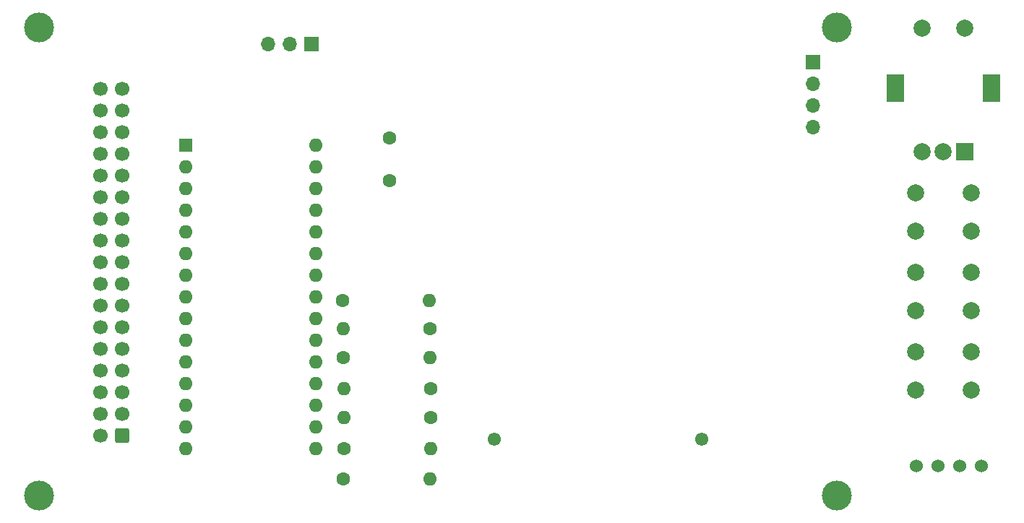
<source format=gbr>
%TF.GenerationSoftware,KiCad,Pcbnew,7.0.1*%
%TF.CreationDate,2024-04-08T12:28:37+03:00*%
%TF.ProjectId,delta_flop_arduino,64656c74-615f-4666-9c6f-705f61726475,rev?*%
%TF.SameCoordinates,Original*%
%TF.FileFunction,Soldermask,Bot*%
%TF.FilePolarity,Negative*%
%FSLAX46Y46*%
G04 Gerber Fmt 4.6, Leading zero omitted, Abs format (unit mm)*
G04 Created by KiCad (PCBNEW 7.0.1) date 2024-04-08 12:28:37*
%MOMM*%
%LPD*%
G01*
G04 APERTURE LIST*
G04 Aperture macros list*
%AMRoundRect*
0 Rectangle with rounded corners*
0 $1 Rounding radius*
0 $2 $3 $4 $5 $6 $7 $8 $9 X,Y pos of 4 corners*
0 Add a 4 corners polygon primitive as box body*
4,1,4,$2,$3,$4,$5,$6,$7,$8,$9,$2,$3,0*
0 Add four circle primitives for the rounded corners*
1,1,$1+$1,$2,$3*
1,1,$1+$1,$4,$5*
1,1,$1+$1,$6,$7*
1,1,$1+$1,$8,$9*
0 Add four rect primitives between the rounded corners*
20,1,$1+$1,$2,$3,$4,$5,0*
20,1,$1+$1,$4,$5,$6,$7,0*
20,1,$1+$1,$6,$7,$8,$9,0*
20,1,$1+$1,$8,$9,$2,$3,0*%
G04 Aperture macros list end*
%ADD10C,1.524000*%
%ADD11C,1.600000*%
%ADD12O,1.600000X1.600000*%
%ADD13C,3.500000*%
%ADD14R,1.700000X1.700000*%
%ADD15O,1.700000X1.700000*%
%ADD16C,1.550000*%
%ADD17R,1.600000X1.600000*%
%ADD18RoundRect,0.250000X0.600000X0.600000X-0.600000X0.600000X-0.600000X-0.600000X0.600000X-0.600000X0*%
%ADD19C,1.700000*%
%ADD20R,2.000000X2.000000*%
%ADD21C,2.000000*%
%ADD22R,2.000000X3.200000*%
G04 APERTURE END LIST*
D10*
%TO.C,J3*%
X208520000Y-155500000D03*
X211060000Y-155500000D03*
X213600000Y-155500000D03*
X216140000Y-155500000D03*
%TD*%
D11*
%TO.C,R6*%
X151660000Y-146400000D03*
D12*
X141500000Y-146400000D03*
%TD*%
D13*
%TO.C,H1*%
X105776400Y-104049200D03*
%TD*%
%TO.C,H4*%
X199176000Y-158942400D03*
%TD*%
D14*
%TO.C,J1*%
X196392800Y-108112400D03*
D15*
X196392800Y-110652400D03*
X196392800Y-113192400D03*
X196392800Y-115732400D03*
%TD*%
D11*
%TO.C,R1*%
X141420000Y-157000000D03*
D12*
X151580000Y-157000000D03*
%TD*%
D11*
%TO.C,R3*%
X141500000Y-153400000D03*
D12*
X151660000Y-153400000D03*
%TD*%
D11*
%TO.C,R7*%
X141340000Y-136100000D03*
D12*
X151500000Y-136100000D03*
%TD*%
D13*
%TO.C,H2*%
X199176000Y-104049200D03*
%TD*%
D11*
%TO.C,R4*%
X151660000Y-149800000D03*
D12*
X141500000Y-149800000D03*
%TD*%
D13*
%TO.C,H3*%
X105776400Y-158942400D03*
%TD*%
D16*
%TO.C,J2*%
X183340000Y-152300000D03*
X159080000Y-152300000D03*
%TD*%
D17*
%TO.C,U1*%
X122960000Y-117840000D03*
D12*
X122960000Y-120380000D03*
X122960000Y-122920000D03*
X122960000Y-125460000D03*
X122960000Y-128000000D03*
X122960000Y-130540000D03*
X122960000Y-133080000D03*
X122960000Y-135620000D03*
X122960000Y-138160000D03*
X122960000Y-140700000D03*
X122960000Y-143240000D03*
X122960000Y-145780000D03*
X122960000Y-148320000D03*
X122960000Y-150860000D03*
X122960000Y-153400000D03*
X138200000Y-153400000D03*
X138200000Y-150860000D03*
X138200000Y-148320000D03*
X138200000Y-145780000D03*
X138200000Y-143240000D03*
X138200000Y-140700000D03*
X138200000Y-138160000D03*
X138200000Y-135620000D03*
X138200000Y-133080000D03*
X138200000Y-130540000D03*
X138200000Y-128000000D03*
X138200000Y-125460000D03*
X138200000Y-122920000D03*
X138200000Y-120380000D03*
X138200000Y-117840000D03*
%TD*%
D11*
%TO.C,R5*%
X151560000Y-139400000D03*
D12*
X141400000Y-139400000D03*
%TD*%
D11*
%TO.C,C1*%
X146800000Y-122000000D03*
X146800000Y-117000000D03*
%TD*%
D14*
%TO.C,JP1*%
X137700000Y-106000000D03*
D15*
X135160000Y-106000000D03*
X132620000Y-106000000D03*
%TD*%
D18*
%TO.C,D1*%
X115468400Y-151892000D03*
D19*
X112928400Y-151892000D03*
X115468400Y-149352000D03*
X112928400Y-149352000D03*
X115468400Y-146812000D03*
X112928400Y-146812000D03*
X115468400Y-144272000D03*
X112928400Y-144272000D03*
X115468400Y-141732000D03*
X112928400Y-141732000D03*
X115468400Y-139192000D03*
X112928400Y-139192000D03*
X115468400Y-136652000D03*
X112928400Y-136652000D03*
X115468400Y-134112000D03*
X112928400Y-134112000D03*
X115468400Y-131572000D03*
X112928400Y-131572000D03*
X115468400Y-129032000D03*
X112928400Y-129032000D03*
X115468400Y-126492000D03*
X112928400Y-126492000D03*
X115468400Y-123952000D03*
X112928400Y-123952000D03*
X115468400Y-121412000D03*
X112928400Y-121412000D03*
X115468400Y-118872000D03*
X112928400Y-118872000D03*
X115468400Y-116332000D03*
X112928400Y-116332000D03*
X115468400Y-113792000D03*
X112928400Y-113792000D03*
X115468400Y-111252000D03*
X112928400Y-111252000D03*
%TD*%
D11*
%TO.C,R2*%
X141400000Y-142800000D03*
D12*
X151560000Y-142800000D03*
%TD*%
D20*
%TO.C,SW1*%
X214200000Y-118650000D03*
D21*
X209200000Y-118650000D03*
X211700000Y-118650000D03*
D22*
X206100000Y-111150000D03*
X217300000Y-111150000D03*
D21*
X209200000Y-104150000D03*
X214200000Y-104150000D03*
%TD*%
%TO.C,SW2*%
X214950000Y-123462800D03*
X208450000Y-123462800D03*
X214950000Y-127962800D03*
X208450000Y-127962800D03*
%TD*%
%TO.C,SW3*%
X214950000Y-132775600D03*
X208450000Y-132775600D03*
X214950000Y-137275600D03*
X208450000Y-137275600D03*
%TD*%
%TO.C,SW4*%
X214950000Y-142088400D03*
X208450000Y-142088400D03*
X214950000Y-146588400D03*
X208450000Y-146588400D03*
%TD*%
M02*

</source>
